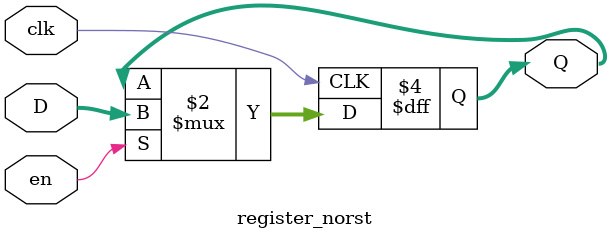
<source format=sv>

module register_norst#(
    parameter int unsigned WIDTH = 32
)(
    input  logic clk,
    input  logic en,
    input  logic[WIDTH-1:0] D,
    output logic[WIDTH-1:0] Q
);

always_ff @(posedge clk) begin
    if (en) begin
        Q <= D;
    end
end

endmodule: register_norst
</source>
